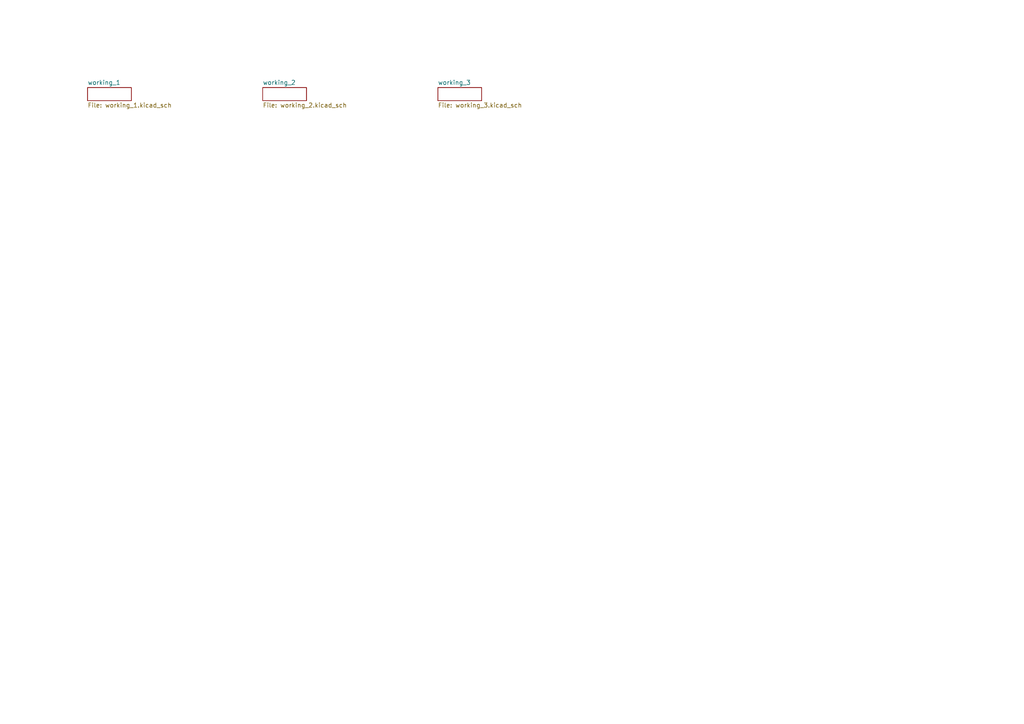
<source format=kicad_sch>
(kicad_sch (version 20230121) (generator eeschema)
  (paper "A4")
  (lib_symbols)
  (sheet (at 127 25.4) (size 12.7 3.81)
    (property "Sheetname" "working_3" (at 127 24.6884 0) (effects (justify left bottom)))
    (property "Sheetfile" "working_3.kicad_sch" (at 127 29.7946 0) (effects (justify left top)))
  )
  (sheet (at 76.2 25.4) (size 12.7 3.81)
    (property "Sheetname" "working_2" (at 76.2 24.6884 0) (effects (justify left bottom)))
    (property "Sheetfile" "working_2.kicad_sch" (at 76.2 29.7946 0) (effects (justify left top)))
  )
  (sheet (at 25.4 25.4) (size 12.7 3.81)
    (property "Sheetname" "working_1" (at 25.4 24.6884 0) (effects (justify left bottom)))
    (property "Sheetfile" "working_1.kicad_sch" (at 25.4 29.7946 0) (effects (justify left top)))
  )
)
</source>
